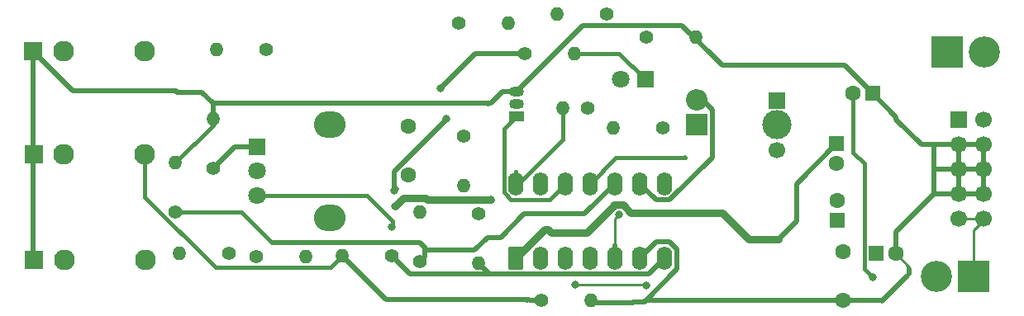
<source format=gbr>
%TF.GenerationSoftware,KiCad,Pcbnew,9.0.1*%
%TF.CreationDate,2025-06-03T19:58:47+02:00*%
%TF.ProjectId,lfo,6c666f2e-6b69-4636-9164-5f7063625858,rev?*%
%TF.SameCoordinates,Original*%
%TF.FileFunction,Copper,L2,Bot*%
%TF.FilePolarity,Positive*%
%FSLAX46Y46*%
G04 Gerber Fmt 4.6, Leading zero omitted, Abs format (unit mm)*
G04 Created by KiCad (PCBNEW 9.0.1) date 2025-06-03 19:58:47*
%MOMM*%
%LPD*%
G01*
G04 APERTURE LIST*
G04 Aperture macros list*
%AMRoundRect*
0 Rectangle with rounded corners*
0 $1 Rounding radius*
0 $2 $3 $4 $5 $6 $7 $8 $9 X,Y pos of 4 corners*
0 Add a 4 corners polygon primitive as box body*
4,1,4,$2,$3,$4,$5,$6,$7,$8,$9,$2,$3,0*
0 Add four circle primitives for the rounded corners*
1,1,$1+$1,$2,$3*
1,1,$1+$1,$4,$5*
1,1,$1+$1,$6,$7*
1,1,$1+$1,$8,$9*
0 Add four rect primitives between the rounded corners*
20,1,$1+$1,$2,$3,$4,$5,0*
20,1,$1+$1,$4,$5,$6,$7,0*
20,1,$1+$1,$6,$7,$8,$9,0*
20,1,$1+$1,$8,$9,$2,$3,0*%
G04 Aperture macros list end*
%TA.AperFunction,ComponentPad*%
%ADD10R,1.700000X1.700000*%
%TD*%
%TA.AperFunction,ComponentPad*%
%ADD11C,3.000000*%
%TD*%
%TA.AperFunction,ComponentPad*%
%ADD12C,1.700000*%
%TD*%
%TA.AperFunction,ComponentPad*%
%ADD13R,1.830000X1.930000*%
%TD*%
%TA.AperFunction,ComponentPad*%
%ADD14C,2.130000*%
%TD*%
%TA.AperFunction,ComponentPad*%
%ADD15C,1.400000*%
%TD*%
%TA.AperFunction,ComponentPad*%
%ADD16O,1.400000X1.400000*%
%TD*%
%TA.AperFunction,ComponentPad*%
%ADD17C,1.600000*%
%TD*%
%TA.AperFunction,ComponentPad*%
%ADD18R,1.800000X1.800000*%
%TD*%
%TA.AperFunction,ComponentPad*%
%ADD19C,1.800000*%
%TD*%
%TA.AperFunction,ComponentPad*%
%ADD20R,2.200000X2.200000*%
%TD*%
%TA.AperFunction,ComponentPad*%
%ADD21O,2.200000X2.200000*%
%TD*%
%TA.AperFunction,ComponentPad*%
%ADD22RoundRect,0.250000X0.550000X-0.950000X0.550000X0.950000X-0.550000X0.950000X-0.550000X-0.950000X0*%
%TD*%
%TA.AperFunction,ComponentPad*%
%ADD23O,1.600000X2.400000*%
%TD*%
%TA.AperFunction,ComponentPad*%
%ADD24R,1.500000X1.050000*%
%TD*%
%TA.AperFunction,ComponentPad*%
%ADD25O,1.500000X1.050000*%
%TD*%
%TA.AperFunction,ComponentPad*%
%ADD26R,1.600000X1.600000*%
%TD*%
%TA.AperFunction,ComponentPad*%
%ADD27R,3.200000X3.200000*%
%TD*%
%TA.AperFunction,ComponentPad*%
%ADD28O,3.200000X3.200000*%
%TD*%
%TA.AperFunction,ComponentPad*%
%ADD29O,3.240000X2.720000*%
%TD*%
%TA.AperFunction,ViaPad*%
%ADD30C,0.800000*%
%TD*%
%TA.AperFunction,ViaPad*%
%ADD31C,0.500000*%
%TD*%
%TA.AperFunction,Conductor*%
%ADD32C,0.500000*%
%TD*%
%TA.AperFunction,Conductor*%
%ADD33C,0.400000*%
%TD*%
%TA.AperFunction,Conductor*%
%ADD34C,0.402400*%
%TD*%
%TA.AperFunction,Conductor*%
%ADD35C,0.783400*%
%TD*%
%TA.AperFunction,Conductor*%
%ADD36C,0.529400*%
%TD*%
%TA.AperFunction,Conductor*%
%ADD37C,0.250000*%
%TD*%
G04 APERTURE END LIST*
D10*
%TO.P,SW1,1,A*%
%TO.N,Net-(SW1-A)*%
X136400000Y-22550000D03*
D11*
%TO.P,SW1,2,B*%
%TO.N,Net-(SW1-B)*%
X136400000Y-25050000D03*
D12*
%TO.P,SW1,3,C*%
%TO.N,Net-(SW1-C)*%
X136400000Y-27630000D03*
%TD*%
%TO.P,J4,10,Pin_10*%
%TO.N,Net-(D4-K)*%
X157540000Y-34700000D03*
%TO.P,J4,9,Pin_9*%
X155000000Y-34700000D03*
%TO.P,J4,8,Pin_8*%
%TO.N,GND*%
X157540000Y-32160000D03*
%TO.P,J4,7,Pin_7*%
X155000000Y-32160000D03*
%TO.P,J4,6,Pin_6*%
X157540000Y-29620000D03*
%TO.P,J4,5,Pin_5*%
X155000000Y-29620000D03*
%TO.P,J4,4,Pin_4*%
X157540000Y-27080000D03*
%TO.P,J4,3,Pin_3*%
X155000000Y-27080000D03*
%TO.P,J4,2,Pin_2*%
%TO.N,Net-(D3-A)*%
X157540000Y-24540000D03*
D10*
%TO.P,J4,1,Pin_1*%
X155000000Y-24540000D03*
%TD*%
D13*
%TO.P,J3,S*%
%TO.N,GND*%
X60300000Y-38900000D03*
D14*
%TO.P,J3,T*%
%TO.N,Net-(J3-PadT)*%
X71700000Y-38900000D03*
%TO.P,J3,TN*%
%TO.N,unconnected-(J3-PadTN)*%
X63400000Y-38900000D03*
%TD*%
D15*
%TO.P,R2,1*%
%TO.N,Net-(J2-PadT)*%
X112270000Y-43080000D03*
D16*
%TO.P,R2,2*%
%TO.N,GND*%
X117350000Y-43080000D03*
%TD*%
D15*
%TO.P,R4,1*%
%TO.N,Net-(R15-Pad2)*%
X96940000Y-38500000D03*
D16*
%TO.P,R4,2*%
%TO.N,Net-(J2-PadT)*%
X91860000Y-38500000D03*
%TD*%
D15*
%TO.P,R12,1*%
%TO.N,Net-(C1-Pad2)*%
X104300000Y-26210000D03*
D16*
%TO.P,R12,2*%
%TO.N,Net-(U1B-+)*%
X104300000Y-31290000D03*
%TD*%
D17*
%TO.P,C4,1*%
%TO.N,Vcc*%
X143150000Y-38100000D03*
%TO.P,C4,2*%
%TO.N,GND*%
X143150000Y-43100000D03*
%TD*%
D15*
%TO.P,R9,1*%
%TO.N,Net-(C1-Pad2)*%
X84040000Y-17300000D03*
D16*
%TO.P,R9,2*%
%TO.N,Net-(J1-PadT)*%
X78960000Y-17300000D03*
%TD*%
D15*
%TO.P,R11,1*%
%TO.N,Net-(D1-K)*%
X124650000Y-25350000D03*
D16*
%TO.P,R11,2*%
%TO.N,Net-(U1D--)*%
X119570000Y-25350000D03*
%TD*%
D18*
%TO.P,D2,1,K*%
%TO.N,Net-(D1-A)*%
X122900000Y-20400000D03*
D19*
%TO.P,D2,2,A*%
%TO.N,Net-(D1-K)*%
X120360000Y-20400000D03*
%TD*%
D15*
%TO.P,R14,1*%
%TO.N,Net-(D1-K)*%
X118940000Y-13700000D03*
D16*
%TO.P,R14,2*%
%TO.N,Net-(Q1-C)*%
X113860000Y-13700000D03*
%TD*%
D15*
%TO.P,R16,1*%
%TO.N,Net-(R16-Pad1)*%
X83045000Y-38575000D03*
D16*
%TO.P,R16,2*%
%TO.N,Net-(SW1-B)*%
X88125000Y-38575000D03*
%TD*%
D15*
%TO.P,R1,1*%
%TO.N,Net-(R1-Pad1)*%
X78600000Y-29500000D03*
D16*
%TO.P,R1,2*%
%TO.N,GND*%
X78600000Y-24420000D03*
%TD*%
D15*
%TO.P,R10,1*%
%TO.N,Net-(U1D--)*%
X122960000Y-16050000D03*
D16*
%TO.P,R10,2*%
%TO.N,GND*%
X128040000Y-16050000D03*
%TD*%
D15*
%TO.P,R7,1*%
%TO.N,Net-(C1-Pad2)*%
X110575000Y-17725000D03*
D16*
%TO.P,R7,2*%
%TO.N,Net-(D1-A)*%
X115655000Y-17725000D03*
%TD*%
D13*
%TO.P,J2,S*%
%TO.N,GND*%
X60220000Y-28100000D03*
D14*
%TO.P,J2,T*%
%TO.N,Net-(J2-PadT)*%
X71620000Y-28100000D03*
%TO.P,J2,TN*%
%TO.N,unconnected-(J2-PadTN)*%
X63320000Y-28100000D03*
%TD*%
D20*
%TO.P,D1,1,K*%
%TO.N,Net-(D1-K)*%
X128200000Y-25071766D03*
D21*
%TO.P,D1,2,A*%
%TO.N,Net-(D1-A)*%
X128200000Y-22531766D03*
%TD*%
D22*
%TO.P,U1,1*%
%TO.N,Net-(C1-Pad2)*%
X109620000Y-38720000D03*
D23*
%TO.P,U1,2,-*%
%TO.N,Net-(SW1-B)*%
X112160000Y-38720000D03*
%TO.P,U1,3,+*%
%TO.N,GND*%
X114700000Y-38720000D03*
%TO.P,U1,4,V+*%
%TO.N,Vcc*%
X117240000Y-38720000D03*
%TO.P,U1,5,+*%
%TO.N,Net-(U1B-+)*%
X119780000Y-38720000D03*
%TO.P,U1,6,-*%
%TO.N,GND*%
X122320000Y-38720000D03*
%TO.P,U1,7*%
%TO.N,Net-(R15-Pad2)*%
X124860000Y-38720000D03*
%TO.P,U1,8*%
%TO.N,Net-(D1-K)*%
X124860000Y-31100000D03*
%TO.P,U1,9,-*%
%TO.N,Net-(D1-A)*%
X122320000Y-31100000D03*
%TO.P,U1,10,+*%
%TO.N,Net-(U1C-+)*%
X119780000Y-31100000D03*
%TO.P,U1,11,V-*%
%TO.N,Vee*%
X117240000Y-31100000D03*
%TO.P,U1,12,+*%
%TO.N,Net-(Q1-C)*%
X114700000Y-31100000D03*
%TO.P,U1,13,-*%
%TO.N,Net-(U1D--)*%
X112160000Y-31100000D03*
%TO.P,U1,14*%
%TO.N,Net-(R13-Pad2)*%
X109620000Y-31100000D03*
%TD*%
D15*
%TO.P,R5,1*%
%TO.N,Net-(U1C-+)*%
X74750000Y-34040000D03*
D16*
%TO.P,R5,2*%
%TO.N,GND*%
X74750000Y-28960000D03*
%TD*%
D15*
%TO.P,R6,1*%
%TO.N,Net-(R13-Pad2)*%
X80200000Y-38200000D03*
D16*
%TO.P,R6,2*%
%TO.N,Net-(J3-PadT)*%
X75120000Y-38200000D03*
%TD*%
D17*
%TO.P,C1,1*%
%TO.N,Net-(SW1-C)*%
X98640000Y-30230000D03*
%TO.P,C1,2*%
%TO.N,Net-(C1-Pad2)*%
X98640000Y-25230000D03*
%TD*%
D15*
%TO.P,R13,1*%
%TO.N,Net-(U1D--)*%
X116970000Y-23350000D03*
D16*
%TO.P,R13,2*%
%TO.N,Net-(R13-Pad2)*%
X114430000Y-23350000D03*
%TD*%
D15*
%TO.P,R15,1*%
%TO.N,Net-(U1B-+)*%
X105800000Y-34200000D03*
D16*
%TO.P,R15,2*%
%TO.N,Net-(R15-Pad2)*%
X105800000Y-39280000D03*
%TD*%
D15*
%TO.P,R8,1*%
%TO.N,Net-(U1C-+)*%
X99800000Y-39090000D03*
D16*
%TO.P,R8,2*%
%TO.N,Vcc*%
X99800000Y-34010000D03*
%TD*%
D15*
%TO.P,R3,1*%
%TO.N,Net-(R15-Pad2)*%
X103760000Y-14650000D03*
D16*
%TO.P,R3,2*%
%TO.N,Net-(Q1-B)*%
X108840000Y-14650000D03*
%TD*%
D13*
%TO.P,J1,S*%
%TO.N,GND*%
X60200000Y-17500000D03*
D14*
%TO.P,J1,T*%
%TO.N,Net-(J1-PadT)*%
X71600000Y-17500000D03*
%TO.P,J1,TN*%
%TO.N,unconnected-(J1-PadTN)*%
X63300000Y-17500000D03*
%TD*%
D24*
%TO.P,Q1,1,C*%
%TO.N,Net-(Q1-C)*%
X109700000Y-24200000D03*
D25*
%TO.P,Q1,2,B*%
%TO.N,Net-(Q1-B)*%
X109700000Y-22930000D03*
%TO.P,Q1,3,E*%
%TO.N,GND*%
X109700000Y-21660000D03*
%TD*%
D26*
%TO.P,C7,1*%
%TO.N,GND*%
X146194888Y-21850000D03*
D17*
%TO.P,C7,2*%
%TO.N,Vee*%
X144194888Y-21850000D03*
%TD*%
D26*
%TO.P,C3,1*%
%TO.N,Vcc*%
X146550000Y-38250000D03*
D17*
%TO.P,C3,2*%
%TO.N,GND*%
X148550000Y-38250000D03*
%TD*%
D26*
%TO.P,C5,1*%
%TO.N,Net-(C1-Pad2)*%
X142500000Y-27000000D03*
D17*
%TO.P,C5,2*%
%TO.N,Net-(C2-Pad2)*%
X142500000Y-29000000D03*
%TD*%
D26*
%TO.P,C2,1*%
%TO.N,Net-(SW1-A)*%
X142550000Y-34850000D03*
D17*
%TO.P,C2,2*%
%TO.N,Net-(C2-Pad2)*%
X142550000Y-32850000D03*
%TD*%
D27*
%TO.P,D4,1,K*%
%TO.N,Net-(D4-K)*%
X156560000Y-40600000D03*
D28*
%TO.P,D4,2,A*%
%TO.N,Vee*%
X152750000Y-40600000D03*
%TD*%
D27*
%TO.P,D3,1,K*%
%TO.N,Vcc*%
X153795000Y-17600000D03*
D28*
%TO.P,D3,2,A*%
%TO.N,Net-(D3-A)*%
X157605000Y-17600000D03*
%TD*%
D29*
%TO.P,RV1,*%
%TO.N,*%
X90600000Y-25000000D03*
X90600000Y-34600000D03*
D18*
%TO.P,RV1,1,1*%
%TO.N,Net-(R1-Pad1)*%
X83100000Y-27300000D03*
D19*
%TO.P,RV1,2,2*%
%TO.N,Net-(R16-Pad1)*%
X83100000Y-29800000D03*
%TO.P,RV1,3,3*%
%TO.N,Net-(R15-Pad2)*%
X83100000Y-32300000D03*
%TD*%
D30*
%TO.N,Vee*%
X146175000Y-40675000D03*
D31*
X127000000Y-28450000D03*
D30*
%TO.N,Net-(C1-Pad2)*%
X119675555Y-33345555D03*
X101911980Y-21291980D03*
%TO.N,Net-(R15-Pad2)*%
X96940000Y-35570000D03*
X97200000Y-31790000D03*
X102497500Y-24472500D03*
%TO.N,Net-(R13-Pad2)*%
X107082300Y-32717700D03*
X97225000Y-33425000D03*
%TO.N,Net-(U1B-+)*%
X120175000Y-34250000D03*
%TO.N,Net-(SW1-B)*%
X122970000Y-41580000D03*
X115720000Y-41440000D03*
%TD*%
D32*
%TO.N,GND*%
X104600000Y-22851000D02*
X78611000Y-22851000D01*
D33*
%TO.N,Vee*%
X119890000Y-28450000D02*
X117240000Y-31100000D01*
X127000000Y-28450000D02*
X119890000Y-28450000D01*
X144194888Y-21850000D02*
X144194888Y-27894454D01*
X146175000Y-40675000D02*
X146200000Y-40700000D01*
X145349000Y-39849000D02*
X146175000Y-40675000D01*
X145349000Y-39549000D02*
X145349000Y-39849000D01*
X144194888Y-27894454D02*
X145349000Y-29048566D01*
X145349000Y-29048566D02*
X145349000Y-39549000D01*
D32*
%TO.N,Net-(D1-A)*%
X129751000Y-28378181D02*
X125378181Y-32751000D01*
X123971000Y-32751000D02*
X122320000Y-31100000D01*
X129751000Y-23520766D02*
X129751000Y-28378181D01*
D34*
X115655000Y-17725000D02*
X120225000Y-17725000D01*
D32*
X128762000Y-22531766D02*
X129751000Y-23520766D01*
X125378181Y-32751000D02*
X123971000Y-32751000D01*
D34*
X120225000Y-17725000D02*
X122900000Y-20400000D01*
D32*
X128200000Y-22531766D02*
X128762000Y-22531766D01*
%TO.N,Net-(C1-Pad2)*%
X105478959Y-17725000D02*
X102056980Y-21146980D01*
D35*
X119763810Y-33257300D02*
X120586190Y-33257300D01*
D32*
X136550000Y-36800000D02*
X138388500Y-34961500D01*
D35*
X130816110Y-34096110D02*
X133520000Y-36800000D01*
X112900000Y-35775000D02*
X112565000Y-35775000D01*
X112565000Y-35775000D02*
X109620000Y-38720000D01*
X120586190Y-33257300D02*
X121425000Y-34096110D01*
X113278600Y-36153600D02*
X112900000Y-35775000D01*
D32*
X102056980Y-21146980D02*
X101911980Y-21291980D01*
D35*
X116867510Y-36153600D02*
X113278600Y-36153600D01*
D32*
X138388500Y-34961500D02*
X138388500Y-31111500D01*
X105478959Y-17725000D02*
X110575000Y-17725000D01*
X138388500Y-31111500D02*
X142500000Y-27000000D01*
D35*
X121425000Y-34096110D02*
X130816110Y-34096110D01*
X133520000Y-36800000D02*
X136550000Y-36800000D01*
X119675555Y-33345555D02*
X116867510Y-36153600D01*
X119675555Y-33345555D02*
X119763810Y-33257300D01*
X109620000Y-38720000D02*
X109790425Y-38720000D01*
D32*
%TO.N,Net-(R15-Pad2)*%
X123209000Y-40371000D02*
X106910000Y-40371000D01*
X97150000Y-29820000D02*
X97150000Y-31790000D01*
D33*
X98761000Y-40321000D02*
X96940000Y-38500000D01*
X94350000Y-32300000D02*
X97000000Y-34950000D01*
D32*
X106910000Y-40371000D02*
X98811000Y-40371000D01*
D36*
X106891000Y-40371000D02*
X106910000Y-40371000D01*
D33*
X97000000Y-35510000D02*
X96940000Y-35570000D01*
D32*
X97200000Y-31790000D02*
X97150000Y-31790000D01*
X102470000Y-24500000D02*
X97150000Y-29820000D01*
X97210000Y-31790000D02*
X97200000Y-31790000D01*
D36*
X105800000Y-39280000D02*
X106891000Y-40371000D01*
D33*
X119981000Y-40321000D02*
X98761000Y-40321000D01*
X97000000Y-34950000D02*
X97000000Y-35510000D01*
D32*
X124860000Y-38720000D02*
X123209000Y-40371000D01*
X97210000Y-31790000D02*
X97400000Y-31600000D01*
D33*
X83100000Y-32300000D02*
X94350000Y-32300000D01*
D32*
X98811000Y-40371000D02*
X96940000Y-38500000D01*
D37*
%TO.N,GND*%
X150025000Y-40350000D02*
X149925000Y-40350000D01*
D32*
X77460000Y-21700000D02*
X74940000Y-21700000D01*
X74800000Y-21560000D02*
X64260000Y-21560000D01*
D37*
X148550000Y-38250000D02*
X149774000Y-39474000D01*
D32*
X108251719Y-21660000D02*
X107060719Y-22851000D01*
X121740000Y-43200000D02*
X121580000Y-43360000D01*
X157540000Y-27080000D02*
X157540000Y-32160000D01*
X153860000Y-32160000D02*
X157540000Y-32160000D01*
X78611000Y-23011000D02*
X78600000Y-23022000D01*
X153860000Y-32160000D02*
X152460000Y-32160000D01*
X148862500Y-41412500D02*
X147112500Y-43162500D01*
X125378181Y-37069000D02*
X123971000Y-37069000D01*
X109700000Y-21660000D02*
X108251719Y-21660000D01*
X148600000Y-24500000D02*
X148600000Y-24255112D01*
X155000000Y-32160000D02*
X153860000Y-32160000D01*
X130770964Y-18952995D02*
X130070964Y-18252995D01*
X148550000Y-36070000D02*
X148550000Y-38250000D01*
X117630000Y-43360000D02*
X117350000Y-43080000D01*
D37*
X150025000Y-39725000D02*
X150025000Y-40350000D01*
D32*
X126111000Y-39879000D02*
X126111000Y-37801819D01*
X126668969Y-14851000D02*
X116509000Y-14851000D01*
D37*
X149925000Y-40350000D02*
X148862500Y-41412500D01*
D32*
X152460000Y-27080000D02*
X152460000Y-29650000D01*
X122890000Y-43100000D02*
X143150000Y-43100000D01*
X123971000Y-37069000D02*
X122320000Y-38720000D01*
X106650000Y-22851000D02*
X104600000Y-22851000D01*
X149774000Y-40501000D02*
X148862500Y-41412500D01*
X143297883Y-18952995D02*
X132250000Y-18952995D01*
X152460000Y-27080000D02*
X157540000Y-27080000D01*
X130070964Y-18252995D02*
X126668969Y-14851000D01*
X152460000Y-27080000D02*
X151180000Y-27080000D01*
X122790000Y-43200000D02*
X122890000Y-43100000D01*
D37*
X152460000Y-29620000D02*
X152460000Y-27080000D01*
D32*
X152460000Y-29650000D02*
X152460000Y-32160000D01*
X155000000Y-32160000D02*
X155000000Y-27080000D01*
X155000000Y-29620000D02*
X157540000Y-29620000D01*
X132250000Y-18952995D02*
X130770964Y-18952995D01*
D33*
X74750000Y-28960000D02*
X78600000Y-25110000D01*
D32*
X148600000Y-24255112D02*
X146194888Y-21850000D01*
D37*
X149774000Y-39474000D02*
X149774000Y-40501000D01*
X155000000Y-27080000D02*
X152460000Y-27080000D01*
D32*
X121580000Y-43360000D02*
X117630000Y-43360000D01*
X122790000Y-43200000D02*
X126111000Y-39879000D01*
X78611000Y-22851000D02*
X77460000Y-21700000D01*
X60200000Y-38800000D02*
X60300000Y-38900000D01*
D37*
X148550000Y-38250000D02*
X150025000Y-39725000D01*
D32*
X74940000Y-21700000D02*
X74800000Y-21560000D01*
X116509000Y-14851000D02*
X109700000Y-21660000D01*
X126111000Y-37801819D02*
X125378181Y-37069000D01*
X60200000Y-17500000D02*
X60200000Y-38800000D01*
D33*
X106650000Y-22851000D02*
X106700000Y-22901000D01*
D32*
X155000000Y-29620000D02*
X152490000Y-29620000D01*
X151180000Y-27080000D02*
X148600000Y-24500000D01*
D33*
X78600000Y-25110000D02*
X78600000Y-24420000D01*
D32*
X152460000Y-32160000D02*
X148550000Y-36070000D01*
X78600000Y-23022000D02*
X78600000Y-24420000D01*
X147050000Y-43100000D02*
X147112500Y-43162500D01*
X122790000Y-43200000D02*
X121740000Y-43200000D01*
X143150000Y-43100000D02*
X147050000Y-43100000D01*
X78611000Y-22851000D02*
X78611000Y-23011000D01*
X64260000Y-21560000D02*
X60200000Y-17500000D01*
X152490000Y-29620000D02*
X152460000Y-29650000D01*
X146194888Y-21850000D02*
X143297883Y-18952995D01*
X107060719Y-22851000D02*
X106650000Y-22851000D01*
%TO.N,Net-(U1C-+)*%
X99800000Y-37180000D02*
X100285000Y-37665000D01*
X108075000Y-36600000D02*
X110475000Y-34200000D01*
X100500000Y-37880000D02*
X105420000Y-37880000D01*
D33*
X84650000Y-37180000D02*
X81510000Y-34040000D01*
D32*
X100285000Y-37665000D02*
X100500000Y-37880000D01*
X116680000Y-34200000D02*
X119780000Y-31100000D01*
X110475000Y-34200000D02*
X116680000Y-34200000D01*
X100285000Y-38605000D02*
X99800000Y-39090000D01*
X106700000Y-36600000D02*
X108075000Y-36600000D01*
X100285000Y-37665000D02*
X100285000Y-38605000D01*
X105420000Y-37880000D02*
X106700000Y-36600000D01*
X84650000Y-37180000D02*
X99800000Y-37180000D01*
D33*
X81510000Y-34040000D02*
X74750000Y-34040000D01*
D35*
%TO.N,Net-(R13-Pad2)*%
X98100000Y-32550000D02*
X97225000Y-33425000D01*
D33*
X114430000Y-26562050D02*
X114430000Y-23350000D01*
X109892050Y-31100000D02*
X114430000Y-26562050D01*
D35*
X100350000Y-32550000D02*
X98100000Y-32550000D01*
X100517700Y-32717700D02*
X100350000Y-32550000D01*
D33*
X109620000Y-29830000D02*
X109620000Y-31100000D01*
X109620000Y-31100000D02*
X109892050Y-31100000D01*
D35*
X107082300Y-32717700D02*
X100517700Y-32717700D01*
D33*
%TO.N,Net-(Q1-C)*%
X108419000Y-25481000D02*
X109700000Y-24200000D01*
X114700000Y-31100000D02*
X113099000Y-32701000D01*
X108419000Y-31997470D02*
X108419000Y-25481000D01*
X113099000Y-32701000D02*
X109122530Y-32701000D01*
X109122530Y-32701000D02*
X108419000Y-31997470D01*
D32*
%TO.N,Net-(R1-Pad1)*%
X78600000Y-29500000D02*
X80800000Y-27300000D01*
X80800000Y-27300000D02*
X83100000Y-27300000D01*
D37*
%TO.N,Net-(U1B-+)*%
X119780000Y-34645000D02*
X119780000Y-38720000D01*
X120175000Y-34250000D02*
X119780000Y-34645000D01*
D36*
X119780000Y-37360000D02*
X119780000Y-38720000D01*
D37*
%TO.N,Net-(SW1-B)*%
X122830000Y-41440000D02*
X122970000Y-41580000D01*
X88140000Y-38515000D02*
X88025000Y-38400000D01*
X88140000Y-38515000D02*
X88140000Y-38600000D01*
X115720000Y-41440000D02*
X122830000Y-41440000D01*
%TO.N,Net-(D4-K)*%
X156560000Y-35870000D02*
X156560000Y-40600000D01*
X155000000Y-34700000D02*
X157540000Y-34700000D01*
X157540000Y-34890000D02*
X156560000Y-35870000D01*
X157540000Y-34700000D02*
X157540000Y-34890000D01*
D32*
%TO.N,Net-(J2-PadT)*%
X110949000Y-42951000D02*
X111078000Y-43080000D01*
D33*
X71620000Y-28100000D02*
X71620000Y-32467050D01*
D32*
X96311000Y-42951000D02*
X91860000Y-38500000D01*
D33*
X78853950Y-39701000D02*
X90659000Y-39701000D01*
X90659000Y-39701000D02*
X91860000Y-38500000D01*
D32*
X111078000Y-43080000D02*
X112270000Y-43080000D01*
X110949000Y-42951000D02*
X110650000Y-42951000D01*
X110650000Y-42951000D02*
X96311000Y-42951000D01*
X110650000Y-42951000D02*
X110779000Y-43080000D01*
D33*
X71620000Y-32467050D02*
X78853950Y-39701000D01*
%TD*%
M02*

</source>
